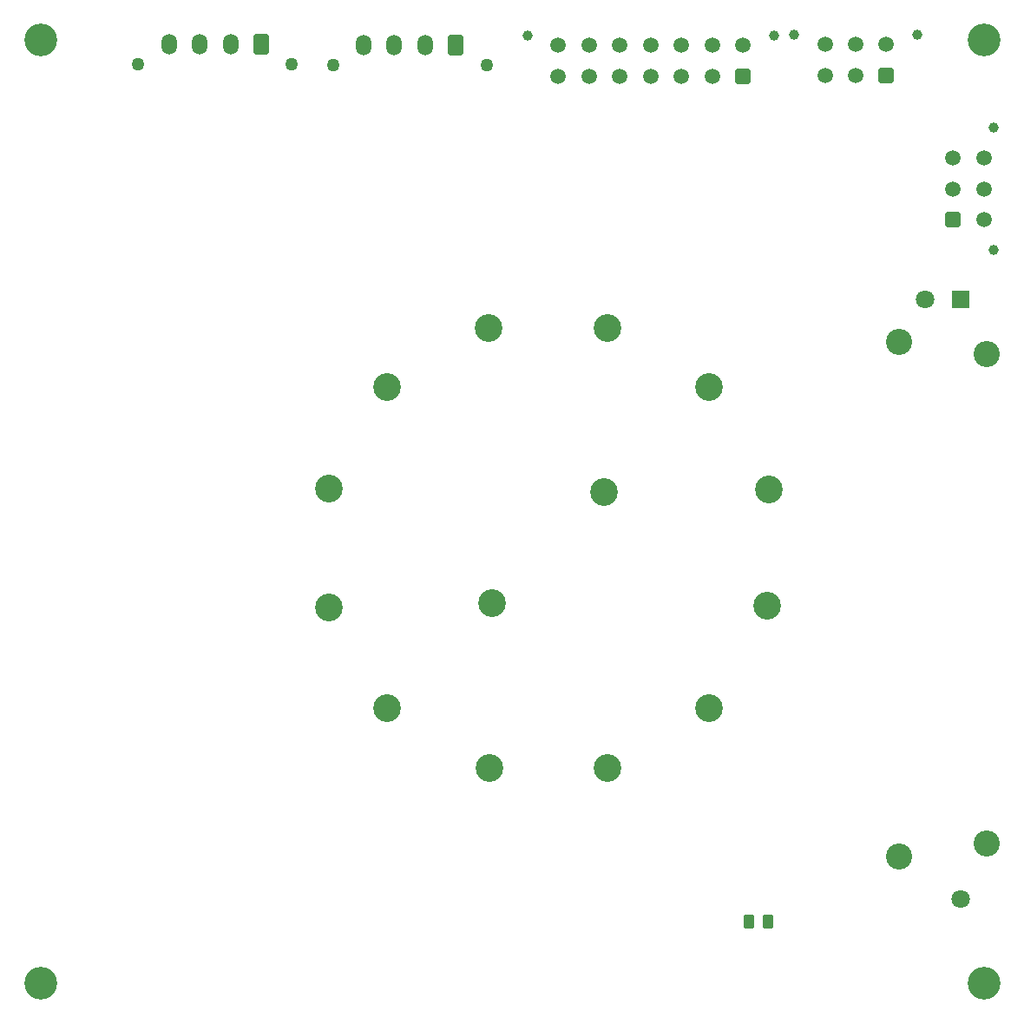
<source format=gbr>
%TF.GenerationSoftware,KiCad,Pcbnew,(6.0.7)*%
%TF.CreationDate,2023-02-04T14:26:28-06:00*%
%TF.ProjectId,ControlsSim,436f6e74-726f-46c7-9353-696d2e6b6963,rev?*%
%TF.SameCoordinates,Original*%
%TF.FileFunction,Soldermask,Bot*%
%TF.FilePolarity,Negative*%
%FSLAX46Y46*%
G04 Gerber Fmt 4.6, Leading zero omitted, Abs format (unit mm)*
G04 Created by KiCad (PCBNEW (6.0.7)) date 2023-02-04 14:26:28*
%MOMM*%
%LPD*%
G01*
G04 APERTURE LIST*
G04 Aperture macros list*
%AMRoundRect*
0 Rectangle with rounded corners*
0 $1 Rounding radius*
0 $2 $3 $4 $5 $6 $7 $8 $9 X,Y pos of 4 corners*
0 Add a 4 corners polygon primitive as box body*
4,1,4,$2,$3,$4,$5,$6,$7,$8,$9,$2,$3,0*
0 Add four circle primitives for the rounded corners*
1,1,$1+$1,$2,$3*
1,1,$1+$1,$4,$5*
1,1,$1+$1,$6,$7*
1,1,$1+$1,$8,$9*
0 Add four rect primitives between the rounded corners*
20,1,$1+$1,$2,$3,$4,$5,0*
20,1,$1+$1,$4,$5,$6,$7,0*
20,1,$1+$1,$6,$7,$8,$9,0*
20,1,$1+$1,$8,$9,$2,$3,0*%
G04 Aperture macros list end*
%ADD10C,3.200000*%
%ADD11C,1.000000*%
%ADD12RoundRect,0.250001X0.499999X0.499999X-0.499999X0.499999X-0.499999X-0.499999X0.499999X-0.499999X0*%
%ADD13C,1.500000*%
%ADD14C,1.270000*%
%ADD15RoundRect,0.250001X0.499999X0.759999X-0.499999X0.759999X-0.499999X-0.759999X0.499999X-0.759999X0*%
%ADD16O,1.500000X2.020000*%
%ADD17R,1.800000X1.800000*%
%ADD18C,1.800000*%
%ADD19C,2.550000*%
%ADD20C,2.700000*%
%ADD21RoundRect,0.250001X0.499999X-0.499999X0.499999X0.499999X-0.499999X0.499999X-0.499999X-0.499999X0*%
%ADD22RoundRect,0.250000X-0.262500X-0.450000X0.262500X-0.450000X0.262500X0.450000X-0.262500X0.450000X0*%
G04 APERTURE END LIST*
D10*
%TO.C,H4*%
X104000000Y-54000000D03*
%TD*%
%TO.C,H2*%
X196000000Y-54000000D03*
%TD*%
D11*
%TO.C,J7*%
X175500000Y-53560000D03*
X151500000Y-53560000D03*
D12*
X172500000Y-57500000D03*
D13*
X169500000Y-57500000D03*
X166500000Y-57500000D03*
X163500000Y-57500000D03*
X160500000Y-57500000D03*
X157500000Y-57500000D03*
X154500000Y-57500000D03*
X172500000Y-54500000D03*
X169500000Y-54500000D03*
X166500000Y-54500000D03*
X163500000Y-54500000D03*
X160500000Y-54500000D03*
X157500000Y-54500000D03*
X154500000Y-54500000D03*
%TD*%
D14*
%TO.C,J6*%
X132500000Y-56460000D03*
X147500000Y-56460000D03*
D15*
X144500000Y-54500000D03*
D16*
X141500000Y-54500000D03*
X138500000Y-54500000D03*
X135500000Y-54500000D03*
%TD*%
D17*
%TO.C,RV1*%
X193750000Y-79250000D03*
D18*
X190250000Y-79250000D03*
X193750000Y-137750000D03*
D19*
X196250000Y-84600000D03*
X187750000Y-83400000D03*
X196250000Y-132400000D03*
X187750000Y-133600000D03*
%TD*%
D10*
%TO.C,H3*%
X196000000Y-146000000D03*
%TD*%
D11*
%TO.C,J3*%
X177500000Y-53475000D03*
X189500000Y-53475000D03*
D12*
X186500000Y-57415000D03*
D13*
X183500000Y-57415000D03*
X180500000Y-57415000D03*
X186500000Y-54415000D03*
X183500000Y-54415000D03*
X180500000Y-54415000D03*
%TD*%
D20*
%TO.C,SW2*%
X159300000Y-82100000D03*
X169200000Y-87800000D03*
X175000000Y-97800000D03*
X174900000Y-109200000D03*
X169200000Y-119200000D03*
X159300000Y-125000000D03*
X147800000Y-125000000D03*
X137800000Y-119200000D03*
X132100000Y-109300000D03*
X132100000Y-97700000D03*
X137800000Y-87800000D03*
X147700000Y-82100000D03*
X158950000Y-98050000D03*
X148050000Y-108950000D03*
%TD*%
D10*
%TO.C,H1*%
X104000000Y-146000000D03*
%TD*%
D11*
%TO.C,J2*%
X196940000Y-62500000D03*
X196940000Y-74500000D03*
D21*
X193000000Y-71500000D03*
D13*
X193000000Y-68500000D03*
X193000000Y-65500000D03*
X196000000Y-71500000D03*
X196000000Y-68500000D03*
X196000000Y-65500000D03*
%TD*%
D14*
%TO.C,J5*%
X113500000Y-56375000D03*
X128500000Y-56375000D03*
D15*
X125500000Y-54415000D03*
D16*
X122500000Y-54415000D03*
X119500000Y-54415000D03*
X116500000Y-54415000D03*
%TD*%
D22*
%TO.C,R8*%
X173087500Y-140000000D03*
X174912500Y-140000000D03*
%TD*%
M02*

</source>
